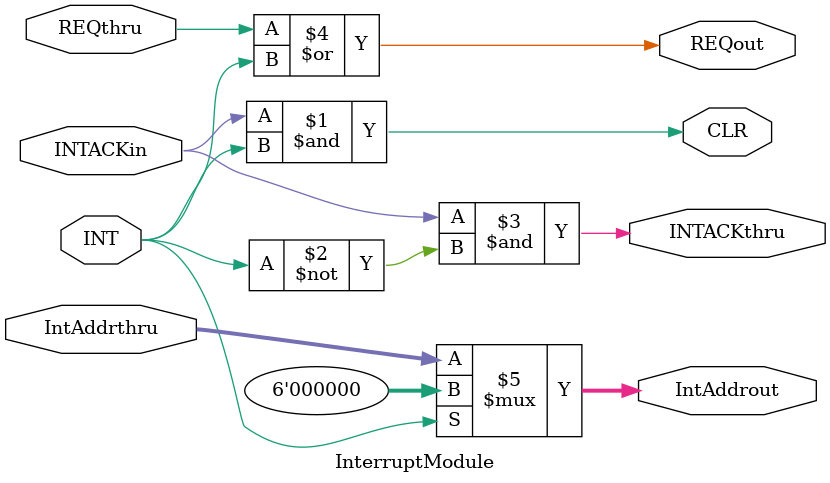
<source format=v>
/*--------------------------------------------------------
    Module Name: InterruptModule
    Description:
        The Interrupt Module defines a single daisy-chained 
        unit. This unit either triggers an interrupt request,
        or chains lower-priority interrupts through.
    Inputs:
        INT - interrupt source flag (or bit-wise OR of multiple flags)
        INTACKin - INTACK from higher-priority module
        REQthru - INT Request from lower-priority module
        IntAddrthru - Interrupt Address index from lower-priority module

    Outputs:
        CLR - intterupt flag clear for single-source modules
        INTACKthru - INTACK to lower-priority module
        REQout - INT Request to higher-priority module
        IntAddrout - Interrupt Address index to higher-priority module

    Parameters:
        INDEX - Priority Index of module. Configures Addr index when triggered

--------------------------------------------------------*/

module InterruptModule#(
    parameter [5:0] INDEX = 0
    )(
    input INT, INTACKin, REQthru,
    input [5:0] IntAddrthru,

    output CLR, INTACKthru, REQout,
    output [5:0] IntAddrout
 );
    `include "NEW\\PARAMS.v" // global parameter defines

    /* Continuous Logic Assignments */
    assign CLR = INTACKin & INT;
    assign INTACKthru = INTACKin & ~INT;
    assign REQout = REQthru | INT;
    assign IntAddrout = (INT) ? INDEX : IntAddrthru;

endmodule

</source>
